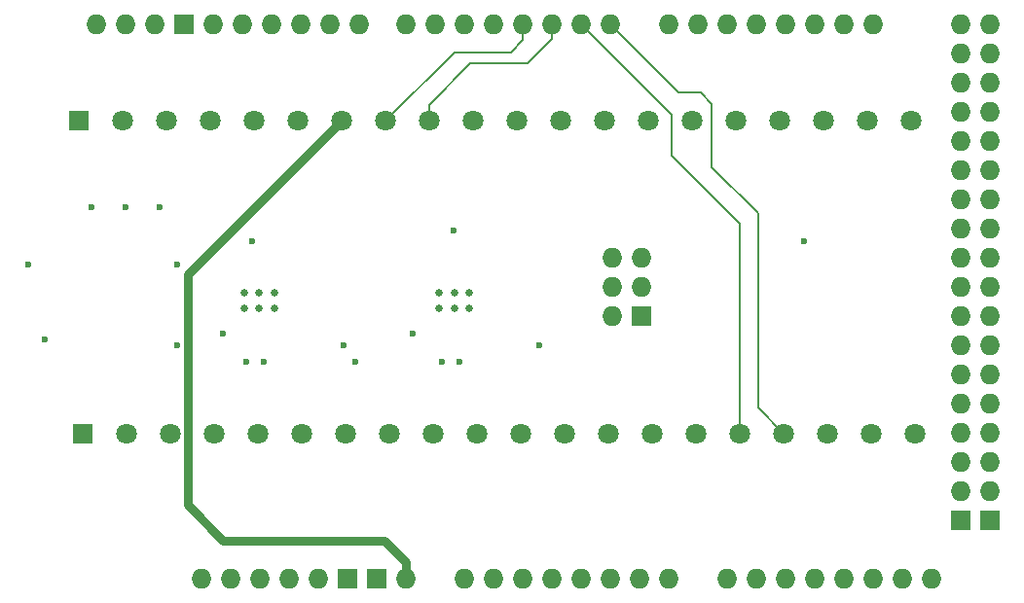
<source format=gbr>
%TF.GenerationSoftware,KiCad,Pcbnew,9.0.2*%
%TF.CreationDate,2025-06-29T11:55:11-05:00*%
%TF.ProjectId,k3ng-Rotator-v2,6b336e67-2d52-46f7-9461-746f722d7632,rev?*%
%TF.SameCoordinates,Original*%
%TF.FileFunction,Copper,L5,Inr*%
%TF.FilePolarity,Positive*%
%FSLAX46Y46*%
G04 Gerber Fmt 4.6, Leading zero omitted, Abs format (unit mm)*
G04 Created by KiCad (PCBNEW 9.0.2) date 2025-06-29 11:55:11*
%MOMM*%
%LPD*%
G01*
G04 APERTURE LIST*
%TA.AperFunction,ComponentPad*%
%ADD10R,1.800000X1.800000*%
%TD*%
%TA.AperFunction,ComponentPad*%
%ADD11C,1.800000*%
%TD*%
%TA.AperFunction,ComponentPad*%
%ADD12C,0.630000*%
%TD*%
%TA.AperFunction,ComponentPad*%
%ADD13O,1.727200X1.727200*%
%TD*%
%TA.AperFunction,ComponentPad*%
%ADD14R,1.727200X1.727200*%
%TD*%
%TA.AperFunction,ViaPad*%
%ADD15C,0.600000*%
%TD*%
%TA.AperFunction,Conductor*%
%ADD16C,0.200000*%
%TD*%
%TA.AperFunction,Conductor*%
%ADD17C,0.800000*%
%TD*%
G04 APERTURE END LIST*
D10*
%TO.N,GND*%
%TO.C,J2*%
X100437470Y-67957204D03*
D11*
%TO.N,+5V*%
X104247470Y-67957204D03*
%TO.N,GND*%
X108057470Y-67957204D03*
%TO.N,/AZEnc-A*%
X111867470Y-67957204D03*
%TO.N,/AZEnc-B*%
X115677470Y-67957204D03*
%TO.N,+5V*%
X119487470Y-67957204D03*
%TO.N,+12V*%
X123297470Y-67957204D03*
%TO.N,/ElevEnc-B*%
X127107470Y-67957204D03*
%TO.N,/ElevEnc-A*%
X130917470Y-67957204D03*
%TO.N,/AzM1*%
X134727470Y-67957204D03*
%TO.N,/AzM2*%
X138537470Y-67957204D03*
%TO.N,/ElvM2*%
X142347470Y-67957204D03*
%TO.N,/ElvM1*%
X146157470Y-67957204D03*
%TO.N,+12V*%
X149967470Y-67957204D03*
%TO.N,/D15*%
X153777470Y-67957204D03*
%TO.N,/D16*%
X157587470Y-67957204D03*
%TO.N,/D17*%
X161397470Y-67957204D03*
%TO.N,/SCL*%
X165207470Y-67957204D03*
%TO.N,/SDA*%
X169017470Y-67957204D03*
%TO.N,GND*%
X172827470Y-67957204D03*
%TD*%
D12*
%TO.N,GND*%
%TO.C,U1*%
X131795000Y-84275000D03*
X133095000Y-84275000D03*
X134395000Y-84275000D03*
X131795000Y-82975000D03*
X133095000Y-82975000D03*
X134395000Y-82975000D03*
%TD*%
%TO.N,GND*%
%TO.C,U2*%
X114824367Y-84275000D03*
X116124367Y-84275000D03*
X117424367Y-84275000D03*
X114824367Y-82975000D03*
X116124367Y-82975000D03*
X117424367Y-82975000D03*
%TD*%
D13*
%TO.N,+12V*%
%TO.C,A1*%
X128911500Y-107844237D03*
%TO.N,unconnected-(A1-PadSDA)*%
X104527500Y-59584237D03*
%TO.N,unconnected-(A1-PadSCL)*%
X101987500Y-59584237D03*
%TO.N,unconnected-(A1-SPI_SCK-PadSCK)*%
X146818500Y-82444237D03*
%TO.N,unconnected-(A1-SPI_RESET-PadRST2)*%
X146818500Y-84984237D03*
%TO.N,unconnected-(A1-RESET-PadRST1)*%
X116211500Y-107844237D03*
%TO.N,unconnected-(A1-SPI_MOSI-PadMOSI)*%
X149358500Y-82444237D03*
%TO.N,unconnected-(A1-SPI_MISO-PadMISO)*%
X146818500Y-79904237D03*
%TO.N,unconnected-(A1-IOREF-PadIORF)*%
X113671500Y-107844237D03*
D14*
%TO.N,GND*%
X179711500Y-102764237D03*
X177171500Y-102764237D03*
%TO.N,unconnected-(A1-SPI_GND-PadGND4)*%
X149358500Y-84984237D03*
%TO.N,GND*%
X126371500Y-107844237D03*
X123831500Y-107844237D03*
X109607500Y-59584237D03*
D13*
%TO.N,unconnected-(A1-D53_CS-PadD53)*%
X179711500Y-100224237D03*
%TO.N,unconnected-(A1-D52_SCK-PadD52)*%
X177171500Y-100224237D03*
%TO.N,unconnected-(A1-D51_MOSI-PadD51)*%
X179711500Y-97684237D03*
%TO.N,unconnected-(A1-D50_MISO-PadD50)*%
X177171500Y-97684237D03*
%TO.N,/LCD-D7*%
X179711500Y-95144237D03*
%TO.N,unconnected-(A1-PadD48)*%
X177171500Y-95144237D03*
%TO.N,/LCD-D6*%
X179711500Y-92604237D03*
%TO.N,unconnected-(A1-PadD46)*%
X177171500Y-92604237D03*
%TO.N,/LCD-D5*%
X179711500Y-90064237D03*
%TO.N,unconnected-(A1-PadD44)*%
X177171500Y-90064237D03*
%TO.N,/LCD-D4*%
X179711500Y-87524237D03*
%TO.N,unconnected-(A1-PadD42)*%
X177171500Y-87524237D03*
%TO.N,/LCD-RST*%
X179711500Y-84984237D03*
%TO.N,unconnected-(A1-PadD40)*%
X177171500Y-84984237D03*
%TO.N,/LCD-E*%
X179711500Y-82444237D03*
%TO.N,unconnected-(A1-PadD38)*%
X177171500Y-82444237D03*
%TO.N,unconnected-(A1-PadD37)*%
X179711500Y-79904237D03*
%TO.N,unconnected-(A1-PadD36)*%
X177171500Y-79904237D03*
%TO.N,unconnected-(A1-PadD35)*%
X179711500Y-77364237D03*
%TO.N,unconnected-(A1-PadD34)*%
X177171500Y-77364237D03*
%TO.N,unconnected-(A1-PadD33)*%
X179711500Y-74824237D03*
%TO.N,unconnected-(A1-PadD32)*%
X177171500Y-74824237D03*
%TO.N,unconnected-(A1-PadD31)*%
X179711500Y-72284237D03*
%TO.N,unconnected-(A1-PadD30)*%
X177171500Y-72284237D03*
%TO.N,unconnected-(A1-PadD29)*%
X179711500Y-69744237D03*
%TO.N,unconnected-(A1-PadD28)*%
X177171500Y-69744237D03*
%TO.N,unconnected-(A1-PadD27)*%
X179711500Y-67204237D03*
%TO.N,unconnected-(A1-PadD26)*%
X177171500Y-67204237D03*
%TO.N,unconnected-(A1-PadD25)*%
X179711500Y-64664237D03*
%TO.N,unconnected-(A1-PadD24)*%
X177171500Y-64664237D03*
%TO.N,unconnected-(A1-PadD23)*%
X179711500Y-62124237D03*
%TO.N,unconnected-(A1-PadD22)*%
X177171500Y-62124237D03*
%TO.N,/SDA*%
X169551500Y-59584237D03*
%TO.N,/SCL*%
X167011500Y-59584237D03*
%TO.N,/AZEnc-B*%
X164471500Y-59584237D03*
%TO.N,/AZEnc-A*%
X161931500Y-59584237D03*
%TO.N,/D17*%
X159391500Y-59584237D03*
%TO.N,/D16*%
X156851500Y-59584237D03*
%TO.N,/D15*%
X154311500Y-59584237D03*
%TO.N,unconnected-(A1-D14{slash}TX3-PadD14)*%
X151771500Y-59584237D03*
%TO.N,unconnected-(A1-PadD13)*%
X112147500Y-59584237D03*
%TO.N,unconnected-(A1-PadD12)*%
X114687500Y-59584237D03*
%TO.N,unconnected-(A1-PadD11)*%
X117227500Y-59584237D03*
%TO.N,unconnected-(A1-PadD10)*%
X119767500Y-59584237D03*
%TO.N,/ElvM1_In*%
X122307500Y-59584237D03*
%TO.N,/ElvM2_In*%
X124847500Y-59584237D03*
%TO.N,/AzM1_In*%
X128911500Y-59584237D03*
%TO.N,/AzM2_In*%
X131451500Y-59584237D03*
%TO.N,unconnected-(A1-PadD5)*%
X133991500Y-59584237D03*
%TO.N,unconnected-(A1-PadD4)*%
X136531500Y-59584237D03*
%TO.N,/ElevEnc-B*%
X139071500Y-59584237D03*
%TO.N,/ElevEnc-A*%
X141611500Y-59584237D03*
%TO.N,/Serial_TX*%
X144151500Y-59584237D03*
%TO.N,/Serial_RX*%
X146691500Y-59584237D03*
%TO.N,unconnected-(A1-PadAREF)*%
X107067500Y-59584237D03*
%TO.N,unconnected-(A1-PadA15)*%
X174631500Y-107844237D03*
%TO.N,unconnected-(A1-PadA14)*%
X172091500Y-107844237D03*
%TO.N,unconnected-(A1-PadA13)*%
X169551500Y-107844237D03*
%TO.N,unconnected-(A1-PadA12)*%
X167011500Y-107844237D03*
%TO.N,unconnected-(A1-PadA11)*%
X164471500Y-107844237D03*
%TO.N,unconnected-(A1-PadA10)*%
X161931500Y-107844237D03*
%TO.N,unconnected-(A1-PadA9)*%
X159391500Y-107844237D03*
%TO.N,unconnected-(A1-PadA8)*%
X156851500Y-107844237D03*
%TO.N,unconnected-(A1-PadA7)*%
X151771500Y-107844237D03*
%TO.N,unconnected-(A1-PadA6)*%
X149231500Y-107844237D03*
%TO.N,unconnected-(A1-PadA5)*%
X146691500Y-107844237D03*
%TO.N,unconnected-(A1-PadA4)*%
X144151500Y-107844237D03*
%TO.N,/SW-DWN*%
X141611500Y-107844237D03*
%TO.N,/SW-UP*%
X139071500Y-107844237D03*
%TO.N,/SW-CCW*%
X136531500Y-107844237D03*
%TO.N,/SW-CW*%
X133991500Y-107844237D03*
%TO.N,+5V*%
X179711500Y-59584237D03*
X177171500Y-59584237D03*
%TO.N,unconnected-(A1-SPI_5V-Pad5V2)*%
X149358500Y-79904237D03*
%TO.N,+5V*%
X121291500Y-107844237D03*
%TO.N,+3.3V*%
X118751500Y-107844237D03*
%TO.N,*%
X111131500Y-107844237D03*
%TD*%
D10*
%TO.N,+5V*%
%TO.C,J1*%
X100770148Y-95196454D03*
D11*
X104580148Y-95196454D03*
X108390148Y-95196454D03*
%TO.N,+3.3V*%
X112200148Y-95196454D03*
X116010148Y-95196454D03*
%TO.N,/LCD-RST*%
X119820148Y-95196454D03*
%TO.N,/LCD-E*%
X123630148Y-95196454D03*
%TO.N,/LCD-D7*%
X127440148Y-95196454D03*
%TO.N,/LCD-D6*%
X131250148Y-95196454D03*
%TO.N,/LCD-D5*%
X135060148Y-95196454D03*
%TO.N,/LCD-D4*%
X138870148Y-95196454D03*
%TO.N,/SW-CW*%
X142680148Y-95196454D03*
%TO.N,/SW-CCW*%
X146490148Y-95196454D03*
%TO.N,/SW-UP*%
X150300148Y-95196454D03*
%TO.N,/SW-DWN*%
X154110148Y-95196454D03*
%TO.N,/Serial_TX*%
X157920148Y-95196454D03*
%TO.N,/Serial_RX*%
X161730148Y-95196454D03*
%TO.N,GND*%
X165540148Y-95196454D03*
X169350148Y-95196454D03*
X173160148Y-95196454D03*
%TD*%
D15*
%TO.N,GND*%
X133011000Y-77500000D03*
X123500000Y-87500000D03*
X115500000Y-78500000D03*
X97500000Y-87000000D03*
X129500000Y-86500000D03*
X124500000Y-89000000D03*
X109000000Y-87500000D03*
X140440768Y-87500000D03*
X113000000Y-86500000D03*
%TO.N,+5V*%
X96000000Y-80500000D03*
X109000000Y-80500000D03*
%TO.N,/AzM2_In*%
X133500000Y-89000000D03*
%TO.N,/ElevEnc-B*%
X104500000Y-75500000D03*
%TO.N,/ElvM2_In*%
X116500000Y-89000000D03*
%TO.N,/AZEnc-B*%
X101500000Y-75500000D03*
%TO.N,+3.3V*%
X163500000Y-78500000D03*
%TO.N,/ElevEnc-A*%
X107500000Y-75500000D03*
%TO.N,/AzM1_In*%
X132000000Y-89000000D03*
%TO.N,/ElvM1_In*%
X115000000Y-89000000D03*
%TD*%
D16*
%TO.N,/Serial_RX*%
X155500000Y-72000000D02*
X159500000Y-76000000D01*
X159500000Y-76000000D02*
X159500000Y-92966306D01*
X146691500Y-59584237D02*
X152607263Y-65500000D01*
X159500000Y-92966306D02*
X161730148Y-95196454D01*
X154500000Y-65500000D02*
X155500000Y-66500000D01*
X155500000Y-66500000D02*
X155500000Y-72000000D01*
X152607263Y-65500000D02*
X154500000Y-65500000D01*
%TO.N,/ElevEnc-B*%
X139071500Y-60928500D02*
X138000000Y-62000000D01*
X138000000Y-62000000D02*
X133090000Y-62000000D01*
X139071500Y-59584237D02*
X139071500Y-60928500D01*
X133090000Y-62000000D02*
X127090000Y-68000000D01*
%TO.N,/Serial_TX*%
X152000000Y-67432737D02*
X152000000Y-71000000D01*
X157920148Y-76920148D02*
X157920148Y-95196454D01*
X152000000Y-71000000D02*
X157920148Y-76920148D01*
X144151500Y-59584237D02*
X152000000Y-67432737D01*
%TO.N,/ElevEnc-A*%
X134500000Y-63000000D02*
X139500000Y-63000000D01*
X141611500Y-60888500D02*
X141611500Y-59584237D01*
X130900000Y-68000000D02*
X130900000Y-66600000D01*
X139500000Y-63000000D02*
X141611500Y-60888500D01*
X130900000Y-66600000D02*
X134500000Y-63000000D01*
D17*
%TO.N,+12V*%
X123280000Y-68000000D02*
X109901000Y-81379000D01*
X109901000Y-101401000D02*
X113000000Y-104500000D01*
X113000000Y-104500000D02*
X127000000Y-104500000D01*
X127000000Y-104500000D02*
X128911500Y-106411500D01*
X109901000Y-81379000D02*
X109901000Y-101401000D01*
X128911500Y-106411500D02*
X128911500Y-107844237D01*
%TD*%
M02*

</source>
